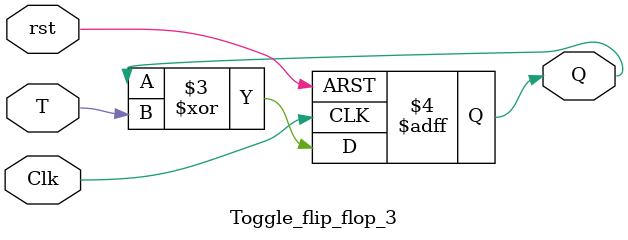
<source format=v>
module D_flip_flop_AR (Q, D, Clk, rst);
  output 	Q;
  input	D, Clk, rst;
  reg 	Q;

  always @ (posedge Clk, negedge rst)	
    if (rst == 0) Q <= 1'b0;
    else Q <= D;	 
endmodule

module Toggle_flip_flop_1 (Q, T, Clk, rst);
  output 	Q;
  input	T, Clk,rst;
  reg 	Q;

  always @ (posedge Clk, negedge rst)	
    if (!rst) Q <= 1'b0;
    else if (T) Q <= !Q;	 
endmodule

module Toggle_flip_flop_2 (Q, T, Clk, rst);
  output 	Q;
  input	T, Clk, rst;
  wire	DT;
  assign DT = T ^ Q;
  D_flip_flop_AR M0 (Q, DT, Clk, rst);
endmodule

module Toggle_flip_flop_3 (Q, T, Clk, rst);
  output 	Q;
  input	T, Clk, rst;
  reg 	Q;

  always @ (posedge Clk, negedge rst)	
    if (!rst) Q <= 1'b0;
    else  Q <= Q ^ T;	 
endmodule

</source>
